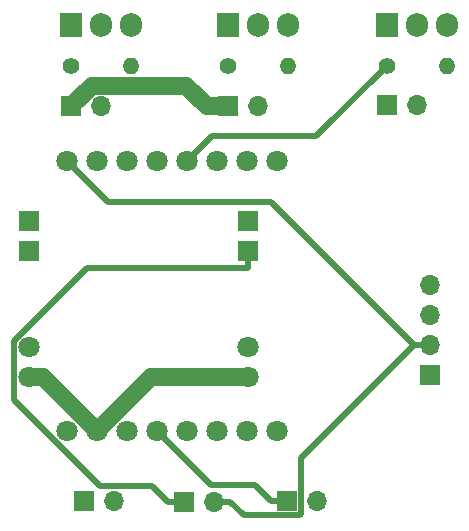
<source format=gbr>
G04 #@! TF.GenerationSoftware,KiCad,Pcbnew,(5.0.0)*
G04 #@! TF.CreationDate,2018-09-13T14:36:50-04:00*
G04 #@! TF.ProjectId,ClockClock,436C6F636B436C6F636B2E6B69636164,v1*
G04 #@! TF.SameCoordinates,Original*
G04 #@! TF.FileFunction,Copper,L2,Bot,Signal*
G04 #@! TF.FilePolarity,Positive*
%FSLAX46Y46*%
G04 Gerber Fmt 4.6, Leading zero omitted, Abs format (unit mm)*
G04 Created by KiCad (PCBNEW (5.0.0)) date 09/13/18 14:36:50*
%MOMM*%
%LPD*%
G01*
G04 APERTURE LIST*
G04 #@! TA.AperFunction,ComponentPad*
%ADD10O,1.700000X1.700000*%
G04 #@! TD*
G04 #@! TA.AperFunction,ComponentPad*
%ADD11R,1.700000X1.700000*%
G04 #@! TD*
G04 #@! TA.AperFunction,ComponentPad*
%ADD12C,1.800000*%
G04 #@! TD*
G04 #@! TA.AperFunction,ComponentPad*
%ADD13R,1.800000X1.800000*%
G04 #@! TD*
G04 #@! TA.AperFunction,ComponentPad*
%ADD14O,1.400000X1.400000*%
G04 #@! TD*
G04 #@! TA.AperFunction,ComponentPad*
%ADD15C,1.400000*%
G04 #@! TD*
G04 #@! TA.AperFunction,ComponentPad*
%ADD16O,1.905000X2.000000*%
G04 #@! TD*
G04 #@! TA.AperFunction,ComponentPad*
%ADD17R,1.905000X2.000000*%
G04 #@! TD*
G04 #@! TA.AperFunction,Conductor*
%ADD18C,1.500000*%
G04 #@! TD*
G04 #@! TA.AperFunction,Conductor*
%ADD19C,0.500000*%
G04 #@! TD*
G04 APERTURE END LIST*
D10*
G04 #@! TO.P,J1,4*
G04 #@! TO.N,Net-(J1-Pad4)*
X110159000Y-138316000D03*
G04 #@! TO.P,J1,3*
G04 #@! TO.N,Net-(J1-Pad3)*
X110159000Y-140856000D03*
G04 #@! TO.P,J1,2*
G04 #@! TO.N,Net-(J1-Pad2)*
X110159000Y-143396000D03*
D11*
G04 #@! TO.P,J1,1*
G04 #@! TO.N,GND*
X110159000Y-145936000D03*
G04 #@! TD*
D12*
G04 #@! TO.P,U2,8*
G04 #@! TO.N,Net-(U2-Pad8)*
X97225000Y-150687000D03*
G04 #@! TO.P,U2,9*
G04 #@! TO.N,Net-(U2-Pad9)*
X97225000Y-127827000D03*
G04 #@! TO.P,U2,7*
G04 #@! TO.N,Net-(U2-Pad7)*
X94685000Y-150687000D03*
G04 #@! TO.P,U2,10*
G04 #@! TO.N,Net-(U2-Pad10)*
X94685000Y-127827000D03*
G04 #@! TO.P,U2,6*
G04 #@! TO.N,Net-(J1-Pad3)*
X92145000Y-150687000D03*
G04 #@! TO.P,U2,11*
G04 #@! TO.N,Net-(U2-Pad11)*
X92145000Y-127827000D03*
G04 #@! TO.P,U2,5*
G04 #@! TO.N,Net-(J1-Pad4)*
X89605000Y-150687000D03*
G04 #@! TO.P,U2,12*
G04 #@! TO.N,Net-(LED1-Pad1)*
X89605000Y-127827000D03*
G04 #@! TO.P,U2,4*
G04 #@! TO.N,Net-(J7-Pad1)*
X87065000Y-150687000D03*
G04 #@! TO.P,U2,13*
G04 #@! TO.N,Net-(Q2-Pad1)*
X87065000Y-127827000D03*
G04 #@! TO.P,U2,3*
G04 #@! TO.N,Net-(U2-Pad3)*
X84525000Y-150687000D03*
G04 #@! TO.P,U2,14*
G04 #@! TO.N,Net-(BUZZ1-Pad1)*
X84525000Y-127827000D03*
G04 #@! TO.P,U2,2*
G04 #@! TO.N,GND*
X81985000Y-150687000D03*
G04 #@! TO.P,U2,15*
G04 #@! TO.N,Net-(U2-Pad15)*
X81985000Y-127827000D03*
G04 #@! TO.P,U2,1*
G04 #@! TO.N,Net-(U2-Pad1)*
X79445000Y-150687000D03*
G04 #@! TO.P,U2,16*
G04 #@! TO.N,Net-(J1-Pad2)*
X79445000Y-127827000D03*
G04 #@! TD*
D13*
G04 #@! TO.P,U1,7*
G04 #@! TO.N,+12V*
X76229000Y-132896000D03*
G04 #@! TO.P,U1,5*
X76229000Y-135436000D03*
G04 #@! TO.P,U1,6*
G04 #@! TO.N,Net-(J2-Pad1)*
X94771000Y-135436000D03*
G04 #@! TO.P,U1,8*
X94771000Y-132896000D03*
D12*
G04 #@! TO.P,U1,3*
G04 #@! TO.N,GND*
X76229000Y-143564000D03*
G04 #@! TO.P,U1,1*
X76229000Y-146104000D03*
G04 #@! TO.P,U1,4*
X94771000Y-143564000D03*
G04 #@! TO.P,U1,2*
X94771000Y-146104000D03*
G04 #@! TD*
D10*
G04 #@! TO.P,J5,2*
G04 #@! TO.N,Net-(J5-Pad2)*
X109015000Y-123092000D03*
D11*
G04 #@! TO.P,J5,1*
G04 #@! TO.N,+12V*
X106475000Y-123092000D03*
G04 #@! TD*
D10*
G04 #@! TO.P,J4,2*
G04 #@! TO.N,Net-(J4-Pad2)*
X95631000Y-123190000D03*
D11*
G04 #@! TO.P,J4,1*
G04 #@! TO.N,+12V*
X93091000Y-123190000D03*
G04 #@! TD*
D10*
G04 #@! TO.P,J3,2*
G04 #@! TO.N,Net-(J3-Pad2)*
X82296000Y-123190000D03*
D11*
G04 #@! TO.P,J3,1*
G04 #@! TO.N,+12V*
X79756000Y-123190000D03*
G04 #@! TD*
D10*
G04 #@! TO.P,J2,2*
G04 #@! TO.N,Net-(J1-Pad2)*
X91858600Y-156659000D03*
D11*
G04 #@! TO.P,J2,1*
G04 #@! TO.N,Net-(J2-Pad1)*
X89318600Y-156659000D03*
G04 #@! TD*
D14*
G04 #@! TO.P,BUZZ1,2*
G04 #@! TO.N,GND*
X84843900Y-119761000D03*
D15*
G04 #@! TO.P,BUZZ1,1*
G04 #@! TO.N,Net-(BUZZ1-Pad1)*
X79763900Y-119761000D03*
G04 #@! TD*
D14*
G04 #@! TO.P,LED1,2*
G04 #@! TO.N,GND*
X111555000Y-119761000D03*
D15*
G04 #@! TO.P,LED1,1*
G04 #@! TO.N,Net-(LED1-Pad1)*
X106475000Y-119761000D03*
G04 #@! TD*
D16*
G04 #@! TO.P,Q1,3*
G04 #@! TO.N,GND*
X84843900Y-116274000D03*
G04 #@! TO.P,Q1,2*
G04 #@! TO.N,Net-(J3-Pad2)*
X82303900Y-116274000D03*
D17*
G04 #@! TO.P,Q1,1*
G04 #@! TO.N,Net-(BUZZ1-Pad1)*
X79763900Y-116274000D03*
G04 #@! TD*
D16*
G04 #@! TO.P,Q2,3*
G04 #@! TO.N,GND*
X98163100Y-116326000D03*
G04 #@! TO.P,Q2,2*
G04 #@! TO.N,Net-(J4-Pad2)*
X95623100Y-116326000D03*
D17*
G04 #@! TO.P,Q2,1*
G04 #@! TO.N,Net-(Q2-Pad1)*
X93083100Y-116326000D03*
G04 #@! TD*
D16*
G04 #@! TO.P,Q3,3*
G04 #@! TO.N,GND*
X111557000Y-116329000D03*
G04 #@! TO.P,Q3,2*
G04 #@! TO.N,Net-(J5-Pad2)*
X109017000Y-116329000D03*
D17*
G04 #@! TO.P,Q3,1*
G04 #@! TO.N,Net-(LED1-Pad1)*
X106477000Y-116329000D03*
G04 #@! TD*
D14*
G04 #@! TO.P,VIBE1,2*
G04 #@! TO.N,GND*
X98171000Y-119761000D03*
D15*
G04 #@! TO.P,VIBE1,1*
G04 #@! TO.N,Net-(Q2-Pad1)*
X93091000Y-119761000D03*
G04 #@! TD*
D11*
G04 #@! TO.P,J6,1*
G04 #@! TO.N,+12V*
X80880100Y-156583000D03*
D10*
G04 #@! TO.P,J6,2*
G04 #@! TO.N,GND*
X83420100Y-156583000D03*
G04 #@! TD*
D11*
G04 #@! TO.P,J7,1*
G04 #@! TO.N,Net-(J7-Pad1)*
X98044000Y-156591000D03*
D10*
G04 #@! TO.P,J7,2*
G04 #@! TO.N,GND*
X100584000Y-156591000D03*
G04 #@! TD*
D18*
G04 #@! TO.N,+12V*
X93091000Y-123190000D02*
X91241000Y-123190000D01*
X91241000Y-123190000D02*
X89500300Y-121449300D01*
X89500300Y-121449300D02*
X81496700Y-121449300D01*
X81496700Y-121449300D02*
X79756000Y-123190000D01*
G04 #@! TO.N,GND*
X76229000Y-146104000D02*
X77402000Y-146104000D01*
X77402000Y-146104000D02*
X81985000Y-150687000D01*
X94771000Y-146104000D02*
X86568000Y-146104000D01*
X86568000Y-146104000D02*
X81985000Y-150687000D01*
D19*
G04 #@! TO.N,Net-(J2-Pad1)*
X94771000Y-135436000D02*
X94771000Y-136836000D01*
X89318600Y-156659000D02*
X87968600Y-156659000D01*
X87968600Y-156659000D02*
X86618600Y-155309000D01*
X86618600Y-155309000D02*
X82201700Y-155309000D01*
X82201700Y-155309000D02*
X74942600Y-148049900D01*
X74942600Y-148049900D02*
X74942600Y-143032900D01*
X74942600Y-143032900D02*
X81139500Y-136836000D01*
X81139500Y-136836000D02*
X94771000Y-136836000D01*
G04 #@! TO.N,Net-(J1-Pad2)*
X91858600Y-156659000D02*
X93208600Y-156659000D01*
X93208600Y-156659000D02*
X94368000Y-157818400D01*
X94368000Y-157818400D02*
X99120500Y-157818400D01*
X99120500Y-157818400D02*
X99271400Y-157667500D01*
X99271400Y-157667500D02*
X99271400Y-152933600D01*
X99271400Y-152933600D02*
X108809000Y-143396000D01*
X110159000Y-143396000D02*
X108809000Y-143396000D01*
X79445000Y-127827000D02*
X82897000Y-131279000D01*
X82897000Y-131279000D02*
X96692000Y-131279000D01*
X96692000Y-131279000D02*
X108809000Y-143396000D01*
G04 #@! TO.N,Net-(LED1-Pad1)*
X106475000Y-119761000D02*
X100520200Y-125715800D01*
X100520200Y-125715800D02*
X91716200Y-125715800D01*
X91716200Y-125715800D02*
X89605000Y-127827000D01*
G04 #@! TO.N,Net-(J7-Pad1)*
X87065000Y-150687000D02*
X91619000Y-155241000D01*
X91619000Y-155241000D02*
X95344000Y-155241000D01*
X95344000Y-155241000D02*
X96694000Y-156591000D01*
X98044000Y-156591000D02*
X96694000Y-156591000D01*
G04 #@! TD*
M02*

</source>
